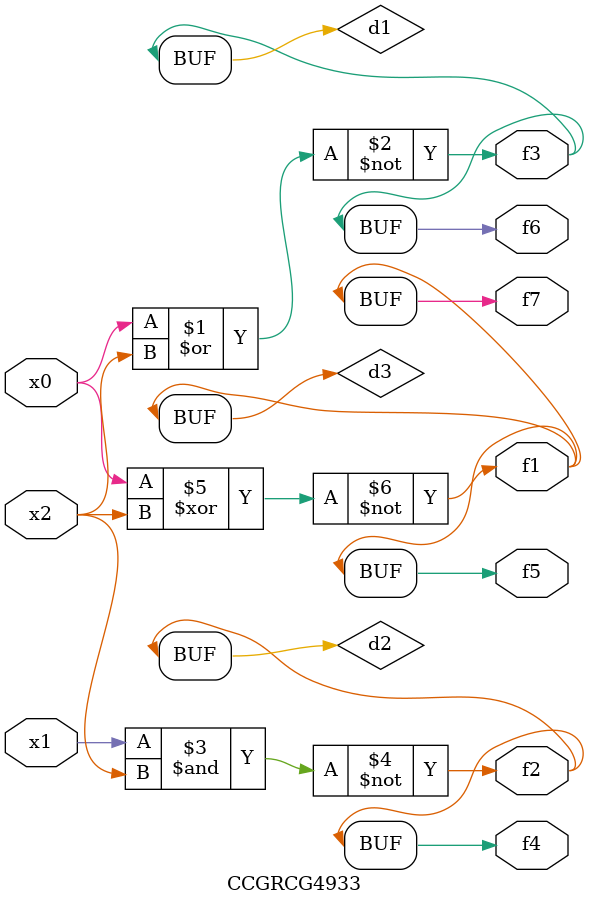
<source format=v>
module CCGRCG4933(
	input x0, x1, x2,
	output f1, f2, f3, f4, f5, f6, f7
);

	wire d1, d2, d3;

	nor (d1, x0, x2);
	nand (d2, x1, x2);
	xnor (d3, x0, x2);
	assign f1 = d3;
	assign f2 = d2;
	assign f3 = d1;
	assign f4 = d2;
	assign f5 = d3;
	assign f6 = d1;
	assign f7 = d3;
endmodule

</source>
